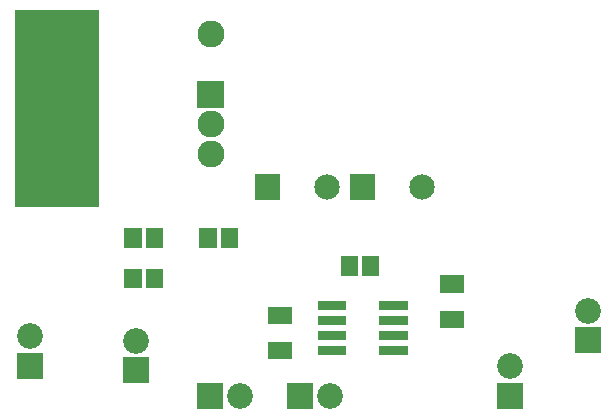
<source format=gts>
G04 start of page 2 for group 2 layer_idx 10 *
G04 Title: (unknown), top_mask *
G04 Creator: pcb-rnd 2.3.0 *
G04 CreationDate: 2021-05-03 19:20:31 UTC *
G04 For:  *
G04 Format: Gerber/RS-274X *
G04 PCB-Dimensions: 500000 500000 *
G04 PCB-Coordinate-Origin: lower left *
%MOIN*%
%FSLAX25Y25*%
%LNTOP_MASK_NONE_2*%
%ADD73C,0.0846*%
%ADD72C,0.0860*%
%ADD71C,0.0001*%
%ADD70C,0.0900*%
G54D70*X234850Y324500D03*
Y334500D03*
G54D71*G36*
X239300Y340050D02*Y348950D01*
X230400D01*
Y340050D01*
X239300D01*
G37*
G36*
X236816Y299752D02*X231098D01*
Y293248D01*
X236816D01*
Y299752D01*
G37*
G54D70*X234850Y364500D03*
G54D71*G36*
X230300Y248150D02*X238900D01*
Y239550D01*
X230300D01*
Y248150D01*
G37*
G54D72*X244600Y243850D03*
G54D71*G36*
X253960Y273669D02*Y267951D01*
X262040D01*
Y273669D01*
X253960D01*
G37*
G36*
X270500Y275500D02*X280000D01*
Y272500D01*
X270500D01*
Y275500D01*
G37*
G36*
X253960Y261859D02*Y256141D01*
X262040D01*
Y261859D01*
X253960D01*
G37*
G36*
X270500Y270500D02*X280000D01*
Y267500D01*
X270500D01*
Y270500D01*
G37*
G36*
Y265500D02*X280000D01*
Y262500D01*
X270500D01*
Y265500D01*
G37*
G36*
Y260500D02*X280000D01*
Y257500D01*
X270500D01*
Y260500D01*
G37*
G36*
X260300Y248150D02*X268900D01*
Y239550D01*
X260300D01*
Y248150D01*
G37*
G54D72*X274600Y243850D03*
G54D71*G36*
X284016Y290552D02*X278298D01*
Y284048D01*
X284016D01*
Y290552D01*
G37*
G36*
X291102D02*X285384D01*
Y284048D01*
X291102D01*
Y290552D01*
G37*
G36*
X311160Y284064D02*Y278346D01*
X319240D01*
Y284064D01*
X311160D01*
G37*
G36*
X300500Y272500D02*X291000D01*
Y275500D01*
X300500D01*
Y272500D01*
G37*
G54D73*X305185Y313500D03*
G54D71*G36*
X281263Y317737D02*Y309263D01*
X289737D01*
Y317737D01*
X281263D01*
G37*
G54D73*X273500Y313500D03*
G54D71*G36*
X249578Y317737D02*Y309263D01*
X258052D01*
Y317737D01*
X249578D01*
G37*
G36*
X300500Y267500D02*X291000D01*
Y270500D01*
X300500D01*
Y267500D01*
G37*
G36*
X311160Y272254D02*Y266536D01*
X319240D01*
Y272254D01*
X311160D01*
G37*
G36*
X300500Y262500D02*X291000D01*
Y265500D01*
X300500D01*
Y262500D01*
G37*
G36*
Y257500D02*X291000D01*
Y260500D01*
X300500D01*
Y257500D01*
G37*
G36*
X330300Y239550D02*Y248150D01*
X338900D01*
Y239550D01*
X330300D01*
G37*
G54D72*X334600Y253850D03*
G54D71*G36*
X205700Y248200D02*Y256800D01*
X214300D01*
Y248200D01*
X205700D01*
G37*
G36*
X170300Y249550D02*Y258150D01*
X178900D01*
Y249550D01*
X170300D01*
G37*
G54D72*X174600Y263850D03*
X210000Y262343D03*
G54D71*G36*
X356200Y258200D02*Y266800D01*
X364800D01*
Y258200D01*
X356200D01*
G37*
G54D72*X360500Y272343D03*
G54D71*G36*
X211816Y299752D02*X206098D01*
Y293248D01*
X211816D01*
Y299752D01*
G37*
G36*
Y286252D02*X206098D01*
Y279748D01*
X211816D01*
Y286252D01*
G37*
G36*
X218902D02*X213184D01*
Y279748D01*
X218902D01*
Y286252D01*
G37*
G36*
Y299752D02*X213184D01*
Y293248D01*
X218902D01*
Y299752D01*
G37*
G36*
X243902D02*X238184D01*
Y293248D01*
X243902D01*
Y299752D01*
G37*
G36*
X169500Y372500D02*X197500D01*
Y307000D01*
X169500D01*
Y372500D01*
G37*
M02*

</source>
